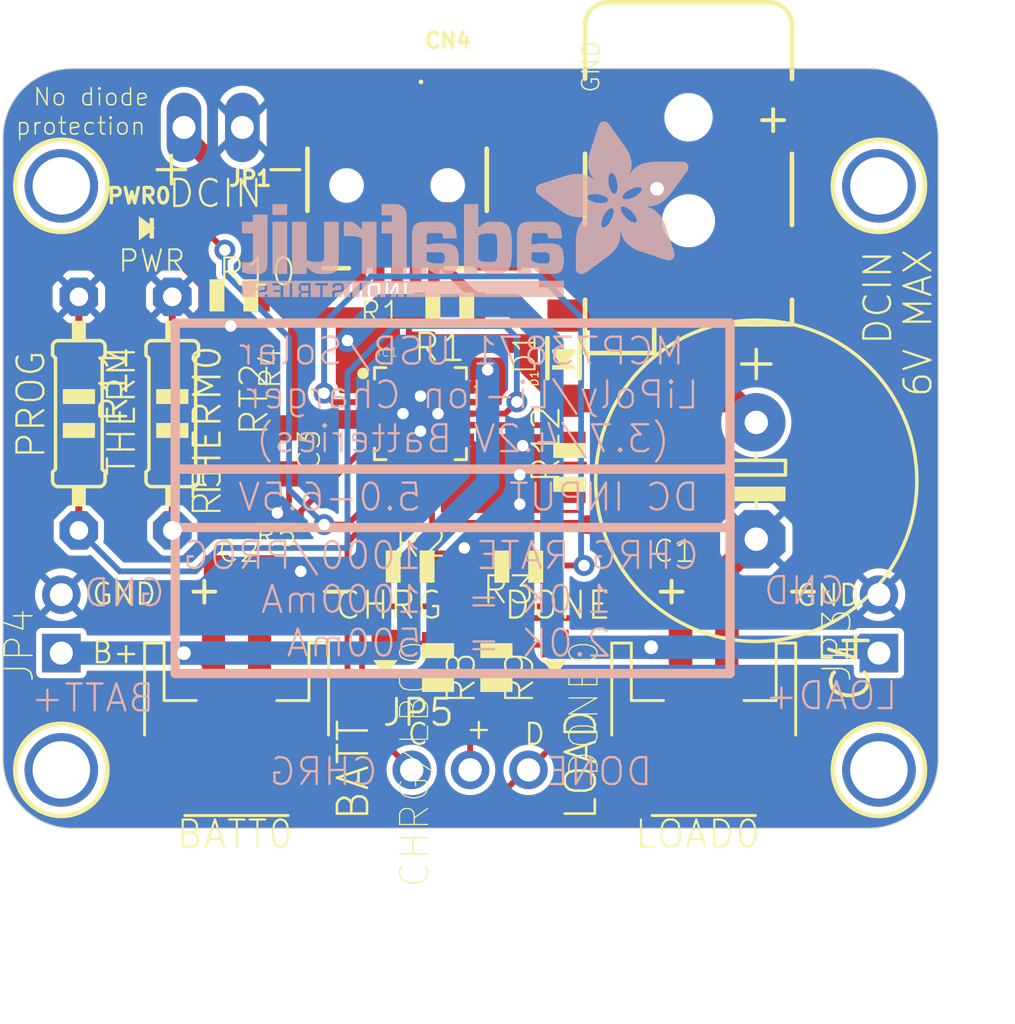
<source format=kicad_pcb>
(kicad_pcb (version 20221018) (generator pcbnew)
  (layers (0 "F.Cu" signal) (1 "In1.Cu" signal) (2 "In2.Cu" signal) (3 "In3.Cu" signal) (4 "In4.Cu" signal) (5 "In5.Cu" signal) (6 "In6.Cu" signal) (7 "In7.Cu" signal) (8 "In8.Cu" signal) (9 "In9.Cu" signal) (10 "In10.Cu" signal) (11 "In11.Cu" signal) (12 "In12.Cu" signal) (13 "In13.Cu" signal) (14 "In14.Cu" signal) (31 "B.Cu" signal) (34 "B.Paste" user) (35 "F.Paste" user) (36 "B.SilkS" user "B.Silkscreen") (37 "F.SilkS" user "F.Silkscreen") (38 "B.Mask" user) (39 "F.Mask" user) (44 "Edge.Cuts" user))
  (net 0 "")
  (net 1 "GND")
  (net 2 "VCC")
  (net 3 "N$6")
  (net 4 "N$1")
  (net 5 "N$4")
  (net 6 "N$11")
  (net 7 "N$12")
  (net 8 "N$13")
  (net 9 "N$14")
  (net 10 "N$15")
  (net 11 "N$16")
  (net 12 "OUT")
  (net 13 "N$5")
  (net 14 "N$8")
  (net 15 "N$10")
  (net 16 "BATT")
  (net 17 "N$2")
  (net 18 "N$3")
  (footprint "working:R0805" (layer "F.Cu") (at 149.6231 114.5421 -90)
    (fp_text reference "R9")
    (fp_text value "1K")
  )
  (footprint "working:USB-MINIB_LARGER" (layer "F.Cu") (at 145.3051 92.5711 180)
    (fp_text reference "CN4")
    (fp_text value "")
  )
  (footprint "working:1X02_ROUND" (layer "F.Cu") (at 166.2601 112.6371 90)
    (fp_text reference "JP3")
    (fp_text value "LOAD")
  )
  (footprint "working:FIDUCIAL_1MM" (layer "F.Cu") (at 129.4301 96.7621)
    (fp_text reference "U$2" hide)
    (fp_text value "FIDUCIAL" hide)
  )
  (footprint "working:M0805" (layer "F.Cu") (at 138.0661 102.2231 -90)
    (fp_text reference "RT2")
    (fp_text value "150K")
  )
  (footprint "working:CHIPLED_0805_NOOUTLINE" (layer "F.Cu") (at 134.3991 95.4301 -90)
    (fp_text reference "PWR0")
    (fp_text value "RED")
  )
  (footprint "working:CHIPLED_0805_NOOUTLINE" (layer "F.Cu") (at 152.1631 114.5421 180)
    (fp_text reference "DONE0")
    (fp_text value "GREEN")
  )
  (footprint "working:R0805" (layer "F.Cu") (at 147.0831 114.5421 -90)
    (fp_text reference "R8")
    (fp_text value "1K")
  )
  (footprint "working:0805-THM" (layer "F.Cu") (at 131.4621 103.4931 -90)
    (fp_text reference "R11")
    (fp_text value "2K")
  )
  (footprint "working:MOUNTINGHOLE_2.5_PLATED" (layer "F.Cu") (at 166.2601 93.5871)
    (fp_text reference "U$7" hide)
    (fp_text value "MOUNTINGHOLE2.5" hide)
  )
  (footprint "working:QFN20_4MM" (layer "F.Cu") (at 146.3211 103.4931)
    (fp_text reference "IC1")
    (fp_text value "MCP73871")
  )
  (footprint "working:FIDUCIAL_1MM" (layer "F.Cu") (at 163.9741 116.7011)
    (fp_text reference "U$3" hide)
    (fp_text value "FIDUCIAL" hide)
  )
  (footprint "working:C0805K" (layer "F.Cu") (at 157.3701 110.3511)
    (fp_text reference "C1")
    (fp_text value "10uF")
  )
  (footprint "working:M0805" (layer "F.Cu") (at 138.0661 107.0491 90)
    (fp_text reference "R5")
    (fp_text value "1K")
  )
  (footprint "working:MOUNTINGHOLE_2.5_PLATED" (layer "F.Cu") (at 166.2601 118.9871)
    (fp_text reference "U$5" hide)
    (fp_text value "MOUNTINGHOLE2.5" hide)
  )
  (footprint "working:C0805K" (layer "F.Cu") (at 138.4471 110.3511)
    (fp_text reference "C2")
    (fp_text value "10uF")
  )
  (footprint "working:R0805" (layer "F.Cu") (at 145.8761 110.1451)
    (fp_text reference "R2")
    (fp_text value "270K")
  )
  (footprint "working:SOD-123" (layer "F.Cu") (at 152.5441 101.0801 90)
    (fp_text reference "D1")
    (fp_text value "MBR120VLSFT1G")
  )
  (footprint "working:DCJACK_2MM_SMT" (layer "F.Cu") (at 157.9781 90.6061 -90)
    (fp_text reference "CN1")
    (fp_text value "DCIN")
  )
  (footprint "working:JST-PH-2-SMT-RA" (layer "F.Cu") (at 158.6401 117.9711 180)
    (fp_text reference "LOAD0")
    (fp_text value "")
  )
  (footprint "working:R0805" (layer "F.Cu") (at 152.7981 105.8271 90)
    (fp_text reference "R12")
    (fp_text value "100K")
  )
  (footprint "working:R0805" (layer "F.Cu") (at 138.2091 98.3511)
    (fp_text reference "R10")
    (fp_text value "1K")
  )
  (footprint "working:1X02_OVAL" (layer "F.Cu") (at 137.3041 91.0471 180)
    (fp_text reference "JP1")
    (fp_text value "DCIN")
  )
  (footprint "working:FIDUCIAL_1MM" (layer "F.Cu") (at 166.0061 90.0311)
    (fp_text reference "U$8" hide)
    (fp_text value "FIDUCIAL" hide)
  )
  (footprint "working:CHIPLED_0805_NOOUTLINE" (layer "F.Cu") (at 144.7971 114.5421 180)
    (fp_text reference "CHRG/LBO0")
    (fp_text value "ORANGE")
  )
  (footprint "working:R0805" (layer "F.Cu") (at 150.5911 110.1451 180)
    (fp_text reference "R3")
    (fp_text value "100K")
  )
  (footprint "working:E5-13" (layer "F.Cu") (at 160.9261 106.4141 -90)
    (fp_text reference "C4")
    (fp_text value "4700uF/10V")
  )
  (footprint "working:MOUNTINGHOLE_2.5_PLATED" (layer "F.Cu") (at 130.7001 93.5871)
    (fp_text reference "U$6" hide)
    (fp_text value "MOUNTINGHOLE2.5" hide)
  )
  (footprint "working:C0805K" (layer "F.Cu") (at 140.6061 105.1131 -90)
    (fp_text reference "C3")
    (fp_text value "10uF")
  )
  (footprint "working:1X02_ROUND" (layer "F.Cu") (at 130.7001 112.6371 90)
    (fp_text reference "JP4")
    (fp_text value "BATT")
  )
  (footprint "working:0805-THM" (layer "F.Cu") (at 135.5261 103.4931 -90)
    (fp_text reference "THERM0")
    (fp_text value "10K")
  )
  (footprint "working:MOUNTINGHOLE_2.5_PLATED" (layer "F.Cu") (at 130.7001 118.9871)
    (fp_text reference "U$4" hide)
    (fp_text value "MOUNTINGHOLE2.5" hide)
  )
  (footprint "working:1X03-CLEANBIG" (layer "F.Cu") (at 148.4801 118.9871)
    (fp_text reference "JP5")
    (fp_text value "")
  )
  (footprint "working:R0805" (layer "F.Cu") (at 147.5911 98.9211 180)
    (fp_text reference "R1")
    (fp_text value "0")
  )
  (footprint "working:JST-PH-2-SMT-RA" (layer "F.Cu") (at 138.3201 117.9711 180)
    (fp_text reference "BATT0")
    (fp_text value "")
  )
  (footprint "working:ADAFRUIT_TEXT_20MM" (layer "B.Cu") (at 158.1321 98.4131 180)
    (fp_text reference "U$1" hide)
    (fp_text value "" hide)
  )
  (gr_line (start 159.7831 114.7961) (end 135.6531 114.7961) (stroke (width 0.4064)) (layer "B.SilkS"))
  (gr_line (start 159.7831 108.4461) (end 159.7831 114.7961) (stroke (width 0.4064)) (layer "B.SilkS"))
  (gr_line (start 159.7831 105.9061) (end 159.7831 99.5561) (stroke (width 0.4064)) (layer "B.SilkS"))
  (gr_line (start 135.6531 105.9061) (end 135.6531 108.4461) (stroke (width 0.4064)) (layer "B.SilkS"))
  (gr_line (start 135.6531 108.4461) (end 159.7831 108.4461) (stroke (width 0.4064)) (layer "B.SilkS"))
  (gr_line (start 159.7831 99.5561) (end 135.6531 99.5561) (stroke (width 0.4064)) (layer "B.SilkS"))
  (gr_line (start 159.7831 108.4461) (end 159.7831 105.9061) (stroke (width 0.4064)) (layer "B.SilkS"))
  (gr_line (start 135.6531 99.5561) (end 135.6531 105.9061) (stroke (width 0.4064)) (layer "B.SilkS"))
  (gr_line (start 159.7831 105.9061) (end 135.6531 105.9061) (stroke (width 0.4064)) (layer "B.SilkS"))
  (gr_line (start 135.6531 114.7961) (end 135.6531 108.4461) (stroke (width 0.4064)) (layer "B.SilkS"))
  (gr_arc (start 131.1601 121.5271) (mid 129.03878 120.64842) (end 128.1601 118.5271) (stroke (width 0.05)) (layer "Edge.Cuts"))
  (gr_line (start 168.8421 91.4801) (end 168.8421 118.5271) (stroke (width 0.05)) (layer "Edge.Cuts"))
  (gr_line (start 131.1601 88.4801) (end 165.8421 88.4801) (stroke (width 0.05)) (layer "Edge.Cuts"))
  (gr_arc (start 128.1601 91.4801) (mid 129.03878 89.35878) (end 131.1601 88.4801) (stroke (width 0.05)) (layer "Edge.Cuts"))
  (gr_arc (start 168.8421 118.5271) (mid 167.96342 120.64842) (end 165.8421 121.5271) (stroke (width 0.05)) (layer "Edge.Cuts"))
  (gr_arc (start 165.8421 88.4801) (mid 167.96342 89.35878) (end 168.8421 91.4801) (stroke (width 0.05)) (layer "Edge.Cuts"))
  (gr_line (start 165.8421 121.5271) (end 131.1601 121.5271) (stroke (width 0.05)) (layer "Edge.Cuts"))
  (gr_line (start 128.1601 118.5271) (end 128.1601 91.4801) (stroke (width 0.05)) (layer "Edge.Cuts"))
  (gr_text "CHRG" (at 144.5431 119.7491) (layer "B.SilkS") (effects (font (size 1.1684 1.1684) (thickness 0.1016)) (justify left bottom mirror)))
  (gr_text "(3.7/4.2V Batteries)" (at 157.2431 105.2711) (layer "B.SilkS") (effects (font (size 1.1684 1.1684) (thickness 0.1016)) (justify left bottom mirror)))
  (gr_text "500mA" (at 146.4481 114.1611) (layer "B.SilkS") (effects (font (size 1.1684 1.1684) (thickness 0.1016)) (justify left bottom mirror)))
  (gr_text "CHRG RATE" (at 158.5131 110.3511) (layer "B.SilkS") (effects (font (size 1.1684 1.1684) (thickness 0.1016)) (justify left bottom mirror)))
  (gr_text "GND" (at 164.8631 111.8751) (layer "B.SilkS") (effects (font (size 1.1684 1.1684) (thickness 0.1016)) (justify left bottom mirror)))
  (gr_text "1000mA" (at 146.4481 112.2561) (layer "B.SilkS") (effects (font (size 1.1684 1.1684) (thickness 0.1016)) (justify left bottom mirror)))
  (gr_text "DONE" (at 156.4811 119.7491) (layer "B.SilkS") (effects (font (size 1.1684 1.1684) (thickness 0.1016)) (justify left bottom mirror)))
  (gr_text "LiPoly/Li-Ion Charger" (at 158.5131 103.3661) (layer "B.SilkS") (effects (font (size 1.1684 1.1684) (thickness 0.1016)) (justify left bottom mirror)))
  (gr_text "LOAD+" (at 167.1491 116.4471) (layer "B.SilkS") (effects (font (size 1.1684 1.1684) (thickness 0.1016)) (justify left bottom mirror)))
  (gr_text "BATT+" (at 129.3031 115.1771) (layer "B.SilkS") (effects (font (size 1.1684 1.1684) (thickness 0.1016)) (justify right top mirror)))
  (gr_text "2.0K =" (at 154.7031 114.1611) (layer "B.SilkS") (effects (font (size 1.1684 1.1684) (thickness 0.1016)) (justify left bottom mirror)))
  (gr_text "1.0K =" (at 154.7031 112.2561) (layer "B.SilkS") (effects (font (size 1.1684 1.1684) (thickness 0.1016)) (justify left bottom mirror)))
  (gr_text "MCP73871 USB/Solar" (at 157.8781 101.4611) (layer "B.SilkS") (effects (font (size 1.1684 1.1684) (thickness 0.1016)) (justify left bottom mirror)))
  (gr_text "GND" (at 131.5891 110.6051) (layer "B.SilkS") (effects (font (size 1.1684 1.1684) (thickness 0.1016)) (justify right top mirror)))
  (gr_text "1000/PROG" (at 146.4481 110.3511) (layer "B.SilkS") (effects (font (size 1.1684 1.1684) (thickness 0.1016)) (justify left bottom mirror)))
  (gr_text "5.0-6.5V" (at 146.4481 107.8111) (layer "B.SilkS") (effects (font (size 1.1684 1.1684) (thickness 0.1016)) (justify left bottom mirror)))
  (gr_text "DC INPUT" (at 158.5131 107.8111) (layer "B.SilkS") (effects (font (size 1.1684 1.1684) (thickness 0.1016)) (justify left bottom mirror)))
  (gr_text "DCIN" (at 135.2721 94.6031) (layer "F.SilkS") (effects (font (size 1.1684 1.1684) (thickness 0.1016)) (justify left bottom)))
  (gr_text "PROG" (at 130.0651 105.5251 90) (layer "F.SilkS") (effects (font (size 1.1684 1.1684) (thickness 0.1016)) (justify left bottom)))
  (gr_text "D1" (at 151.4011 101.8421 90) (layer "F.SilkS") (effects (font (size 0.93472 0.93472) (thickness 0.08128)) (justify left bottom)))
  (gr_text "No diode" (at 129.4301 90.1581) (layer "F.SilkS") (effects (font (size 0.747776 0.747776) (thickness 0.065024)) (justify left bottom)))
  (gr_text "LOAD" (at 154.0681 121.2731 90) (layer "F.SilkS") (effects (font (size 1.308608 1.308608) (thickness 0.113792)) (justify left bottom)))
  (gr_text "CHRG" (at 142.5111 112.5101) (layer "F.SilkS") (effects (font (size 1.1684 1.1684) (thickness 0.1016)) (justify left bottom)))
  (gr_text "GND" (at 165.4981 110.8591) (layer "F.SilkS") (effects (font (size 0.9144 0.9144) (thickness 0.1016)) (justify right top)))
  (gr_text "+" (at 148.2261 117.7171) (layer "F.SilkS") (effects (font (size 0.9144 0.9144) (thickness 0.1016)) (justify left bottom)))
  (gr_text "PWR" (at 133.1131 97.3971) (layer "F.SilkS") (effects (font (size 0.93472 0.93472) (thickness 0.08128)) (justify left bottom)))
  (gr_text "+" (at 134.3831 93.7141) (layer "F.SilkS") (effects (font (size 1.63576 1.63576) (thickness 0.14224)) (justify left bottom)))
  (gr_text "D" (at 150.7661 117.9711) (layer "F.SilkS") (effects (font (size 0.9144 0.9144) (thickness 0.1016)) (justify left bottom)))
  (gr_text "GND" (at 131.9701 111.8751) (layer "F.SilkS") (effects (font (size 0.9144 0.9144) (thickness 0.1016)) (justify left bottom)))
  (gr_text "L+" (at 165.4981 113.1451) (layer "F.SilkS") (effects (font (size 0.9144 0.9144) (thickness 0.1016)) (justify right top)))
  (gr_text "6V MAX" (at 167.2761 96.2541 90) (layer "F.SilkS") (effects (font (size 1.1684 1.1684) (thickness 0.1016)) (justify right top)))
  (gr_text "DCIN" (at 166.8951 100.5721 90) (layer "F.SilkS") (effects (font (size 1.1684 1.1684) (thickness 0.1016)) (justify left bottom)))
  (gr_text "R1" (at 145.5591 98.5401) (layer "F.SilkS") (effects (font (size 0.93472 0.93472) (thickness 0.08128)) (justify right top)))
  (gr_text "THERM" (at 134.0021 106.2871 90) (layer "F.SilkS") (effects (font (size 1.1684 1.1684) (thickness 0.1016)) (justify left bottom)))
  (gr_text "DONE" (at 149.8771 112.5101) (layer "F.SilkS") (effects (font (size 1.1684 1.1684) (thickness 0.1016)) (justify left bottom)))
  (gr_text "protection" (at 128.6681 91.4281) (layer "F.SilkS") (effects (font (size 0.747776 0.747776) (thickness 0.065024)) (justify left bottom)))
  (gr_text "-" (at 139.3361 93.7141) (layer "F.SilkS") (effects (font (size 1.63576 1.63576) (thickness 0.14224)) (justify left bottom)))
  (gr_text "BATT" (at 144.1621 121.2731 90) (layer "F.SilkS") (effects (font (size 1.308608 1.308608) (thickness 0.113792)) (justify left bottom)))
  (gr_text "C" (at 145.6861 117.9711) (layer "F.SilkS") (effects (font (size 0.9144 0.9144) (thickness 0.1016)) (justify left bottom)))
  (gr_text "R5" (at 139.0821 109.3351) (layer "F.SilkS") (effects (font (size 0.93472 0.93472) (thickness 0.08128)) (justify left bottom)))
  (gr_text "B+" (at 131.9701 114.4151) (layer "F.SilkS") (effects (font (size 0.9144 0.9144) (thickness 0.1016)) (justify left bottom)))
  (gr_text "R4" (at 140.3521 102.4771 90) (layer "F.SilkS") (effects (font (size 0.93472 0.93472) (thickness 0.08128)) (justify left bottom)))
  (segment (start 158.3701 110.5891) (end 159.6561 111.8751) (width 1.016) (layer "F.Cu") (net 1))
  (segment (start 147.3211 105.4581) (end 147.3211 104.5251) (width 0.254) (layer "F.Cu") (net 1))
  (segment (start 153.5001 90.6061) (end 156.6081 93.7141) (width 1.016) (layer "F.Cu") (net 1))
  (segment (start 148.2261 109.3351) (end 148.2741 109.3831) (width 0.254) (layer "F.Cu") (net 1))
  (segment (start 159.6401 113.1611) (end 159.6401 114.2711) (width 1.016) (layer "F.Cu") (net 1))
  (segment (start 158.3701 110.5891) (end 158.3701 110.3511) (width 1.016) (layer "F.Cu") (net 1))
  (segment (start 147.3211 104.5251) (end 147.0511 104.2551) (width 0.254) (layer "F.Cu") (net 1))
  (segment (start 147.3211 104.5251) (end 147.3371 104.5091) (width 0.254) (layer "F.Cu") (net 1))
  (segment (start 140.0981 107.8111) (end 140.6061 107.3031) (width 0.254) (layer "F.Cu") (net 1))
  (segment (start 152.4781 90.6061) (end 153.5001 90.6061) (width 1.016) (layer "F.Cu") (net 1))
  (segment (start 140.6061 107.3031) (end 140.6061 106.1131) (width 0.254) (layer "F.Cu") (net 1))
  (segment (start 139.4471 110.3511) (end 141.1141 110.3511) (width 0.6096) (layer "F.Cu") (net 1))
  (segment (start 139.3201 110.3511) (end 139.4471 110.3511) (width 0.8128) (layer "F.Cu") (net 1))
  (segment (start 147.3211 104.4931) (end 148.2861 104.4931) (width 0.254) (layer "F.Cu") (net 1))
  (segment (start 159.6561 111.8751) (end 159.6561 113.1451) (width 1.016) (layer "F.Cu") (net 1))
  (segment (start 158.3701 110.3511) (end 159.5291 110.3511) (width 1.016) (layer "F.Cu") (net 1))
  (segment (start 149.0361 110.1451) (end 148.2261 109.3351) (width 0.254) (layer "F.Cu") (net 1))
  (segment (start 159.5291 110.3511) (end 160.9261 108.9541) (width 1.016) (layer "F.Cu") (net 1))
  (segment (start 147.0511 104.2551) (end 146.3211 104.2551) (width 0.254) (layer "F.Cu") (net 1))
  (segment (start 149.5911 110.1451) (end 149.0361 110.1451) (width 0.254) (layer "F.Cu") (net 1))
  (segment (start 139.3201 114.2711) (end 139.3201 110.3511) (width 0.8128) (layer "F.Cu") (net 1))
  (segment (start 159.6561 113.1451) (end 159.6401 113.1611) (width 1.016) (layer "F.Cu") (net 1))
  (segment (start 146.3211 103.4931) (end 147.0831 103.4931) (width 0.4064) (layer "F.Cu") (net 1))
  (segment (start 138.0661 101.2731) (end 138.0661 99.6831) (width 0.254) (layer "F.Cu") (net 1))
  (via (at 146.3211 104.2551) (size 0.9064) (drill 0.5) (layers "F.Cu" "B.Cu") (net 1))
  (via (at 141.1141 110.3511) (size 0.9064) (drill 0.5) (layers "F.Cu" "B.Cu") (net 1))
  (via (at 146.3211 102.7311) (size 0.9064) (drill 0.5) (layers "F.Cu" "B.Cu") (net 1))
  (via (at 150.6391 107.4301) (size 0.9064) (drill 0.5) (layers "F.Cu" "B.Cu") (net 1))
  (via (at 138.0661 99.6831) (size 0.9064) (drill 0.5) (layers "F.Cu" "B.Cu") (net 1))
  (via (at 147.0831 103.4931) (size 0.9064) (drill 0.5) (layers "F.Cu" "B.Cu") (net 1))
  (via (at 140.0981 107.8111) (size 0.9064) (drill 0.5) (layers "F.Cu" "B.Cu") (net 1))
  (via (at 150.7661 104.8901) (size 0.9064) (drill 0.5) (layers "F.Cu" "B.Cu") (net 1))
  (via (at 156.6081 93.7141) (size 1.016) (drill 0.6) (layers "F.Cu" "B.Cu") (net 1))
  (via (at 150.6391 106.1601) (size 0.9064) (drill 0.5) (layers "F.Cu" "B.Cu") (net 1))
  (via (at 148.2261 109.3351) (size 0.9064) (drill 0.5) (layers "F.Cu" "B.Cu") (net 1))
  (via (at 145.5591 103.4931) (size 0.9064) (drill 0.5) (layers "F.Cu" "B.Cu") (net 1))
  (segment (start 141.1141 110.3511) (end 141.6221 110.3511) (width 0.6096) (layer "B.Cu") (net 1))
  (segment (start 146.8291 100.4451) (end 146.3211 100.4451) (width 0.254) (layer "F.Cu") (net 2))
  (segment (start 140.9711 99.1591) (end 140.9711 99.1751) (width 0.8128) (layer "F.Cu") (net 2))
  (segment (start 136.0341 91.3661) (end 139.2091 94.5411) (width 0.8128) (layer "F.Cu") (net 2))
  (segment (start 155.8461 108.3191) (end 155.8461 102.9301) (width 0.8128) (layer "F.Cu") (net 2))
  (segment (start 140.1631 98.3511) (end 140.9711 99.1591) (width 0.8128) (layer "F.Cu") (net 2))
  (segment (start 153.5601 108.3191) (end 154.5761 108.3191) (width 0.8128) (layer "F.Cu") (net 2))
  (segment (start 148.2261 115.5421) (end 148.2261 112.3831) (width 0.254) (layer "F.Cu") (net 2))
  (segment (start 145.9401 99.1751) (end 140.9711 99.1751) (width 0.6096) (layer "F.Cu") (net 2))
  (segment (start 144.3561 103.4931) (end 143.5271 103.4931) (width 0.254) (layer "F.Cu") (net 2))
  (segment (start 142.91696 103.974374) (end 142.837152 103.921048) (width 0.254) (layer "F.Cu") (net 2))
  (segment (start 140.9711 103.7481) (end 140.6061 104.1131) (width 0.8128) (layer "F.Cu") (net 2))
  (segment (start 148.4801 118.9871) (end 148.4801 115.5421) (width 0.254) (layer "F.Cu") (net 2))
  (segment (start 146.8211 110.0901) (end 146.8211 105.4581) (width 0.254) (layer "F.Cu") (net 2))
  (segment (start 146.8211 101.5281) (end 146.8291 101.5281) (width 0.254) (layer "F.Cu") (net 2))
  (segment (start 140.9711 99.1751) (end 140.9711 103.7481) (width 0.8128) (layer "F.Cu") (net 2))
  (segment (start 147.0831 115.5421) (end 148.4801 115.5421) (width 0.254) (layer "F.Cu") (net 2))
  (segment (start 143.0111 103.9931) (end 143.0111 103.9931) (width 0.254) (layer "F.Cu") (net 2))
  (segment (start 152.4891 102.9301) (end 151.0201 101.4611) (width 0.8128) (layer "F.Cu") (net 2))
  (segment (start 142.7651 103.7471) (end 143.5271 103.7471) (width 0.8128) (layer "F.Cu") (net 2))
  (segment (start 152.5441 102.9301) (end 155.8461 102.9301) (width 1.016) (layer "F.Cu") (net 2))
  (segment (start 148.2261 112.3831) (end 153.8141 112.3831) (width 0.254) (layer "F.Cu") (net 2))
  (segment (start 143.5271 103.4931) (end 143.5271 103.7471) (width 0.254) (layer "F.Cu") (net 2))
  (segment (start 146.8211 110.0901) (end 146.8761 110.1451) (width 0.254) (layer "F.Cu") (net 2))
  (segment (start 152.5441 102.9301) (end 152.4891 102.9301) (width 0.8128) (layer "F.Cu") (net 2))
  (segment (start 145.8211 101.5281) (end 145.8211 99.2941) (width 0.254) (layer "F.Cu") (net 2))
  (segment (start 136.0341 91.3661) (end 136.0341 91.0471) (width 0.8128) (layer "F.Cu") (net 2))
  (segment (start 154.5761 108.3191) (end 155.8461 108.3191) (width 0.8128) (layer "F.Cu") (net 2))
  (segment (start 140.8751 104.1131) (end 141.2411 103.7471) (width 0.8128) (layer "F.Cu") (net 2))
  (segment (start 146.8761 110.1451) (end 146.8761 108.3191) (width 0.4064) (layer "F.Cu") (net 2))
  (segment (start 143.0111 103.9931) (end 142.91696 103.974374) (width 0.254) (layer "F.Cu") (net 2))
  (segment (start 145.8211 101.5281) (end 145.8211 100.1911) (width 0.254) (layer "F.Cu") (net 2))
  (segment (start 153.8141 112.3831) (end 154.5761 111.6211) (width 0.4064) (layer "F.Cu") (net 2))
  (segment (start 141.2411 103.7471) (end 142.7651 103.7471) (width 0.8128) (layer "F.Cu") (net 2))
  (segment (start 144.3561 103.9931) (end 143.0111 103.9931) (width 0.254) (layer "F.Cu") (net 2))
  (segment (start 139.2091 94.5411) (end 139.2091 98.3511) (width 0.8128) (layer "F.Cu") (net 2))
  (segment (start 159.9821 102.9301) (end 160.9261 103.8741) (width 1.016) (layer "F.Cu") (net 2))
  (segment (start 140.6061 104.1131) (end 140.8751 104.1131) (width 0.8128) (layer "F.Cu") (net 2))
  (segment (start 154.5761 111.6211) (end 154.5761 108.3191) (width 0.4064) (layer "F.Cu") (net 2))
  (segment (start 151.0201 101.4611) (end 151.0201 100.4451) (width 0.8128) (layer "F.Cu") (net 2))
  (segment (start 145.8211 100.1911) (end 146.1941 100.1911) (width 0.254) (layer "F.Cu") (net 2))
  (segment (start 155.8461 102.9301) (end 159.9821 102.9301) (width 1.016) (layer "F.Cu") (net 2))
  (segment (start 146.8761 108.3191) (end 153.5601 108.3191) (width 0.4064) (layer "F.Cu") (net 2))
  (segment (start 142.837152 103.921048) (end 142.7651 103.7471) (width 0.254) (layer "F.Cu") (net 2))
  (segment (start 139.2091 98.3511) (end 140.1631 98.3511) (width 0.8128) (layer "F.Cu") (net 2))
  (segment (start 146.8291 101.5281) (end 146.8291 100.4451) (width 0.254) (layer "F.Cu") (net 2))
  (segment (start 146.3211 101.5281) (end 146.3211 100.4451) (width 0.254) (layer "F.Cu") (net 2))
  (segment (start 151.0201 100.4451) (end 146.3211 100.4451) (width 0.8128) (layer "F.Cu") (net 2))
  (segment (start 146.1941 100.1911) (end 146.1941 100.4451) (width 0.254) (layer "F.Cu") (net 2))
  (segment (start 147.0831 115.5421) (end 148.2261 115.5421) (width 0.254) (layer "F.Cu") (net 2))
  (segment (start 145.8211 99.2941) (end 145.9401 99.1751) (width 0.254) (layer "F.Cu") (net 2))
  (segment (start 148.4801 115.5421) (end 149.6231 115.5421) (width 0.254) (layer "F.Cu") (net 2))
  (segment (start 151.5911 110.1451) (end 151.5911 110.0971) (width 0.254) (layer "F.Cu") (net 3))
  (segment (start 153.1631 110.0971) (end 153.4331 110.0971) (width 0.254) (layer "F.Cu") (net 3))
  (segment (start 151.5911 110.0971) (end 153.4331 110.0971) (width 0.254) (layer "F.Cu") (net 3))
  (segment (start 151.7821 111.8751) (end 151.7821 110.1451) (width 0.254) (layer "F.Cu") (net 3))
  (segment (start 144.8761 111.8751) (end 151.7821 111.8751) (width 0.254) (layer "F.Cu") (net 3))
  (segment (start 151.7821 110.1451) (end 151.5911 110.1451) (width 0.254) (layer "F.Cu") (net 3))
  (segment (start 142.1301 102.6041) (end 142.5191 102.9931) (width 0.254) (layer "F.Cu") (net 3))
  (segment (start 144.8761 110.1451) (end 144.8761 111.8751) (width 0.254) (layer "F.Cu") (net 3))
  (segment (start 142.5191 102.9931) (end 144.3561 102.9931) (width 0.254) (layer "F.Cu") (net 3))
  (via (at 142.1301 102.6041) (size 0.9064) (drill 0.5) (layers "F.Cu" "B.Cu") (net 3))
  (via (at 153.4331 110.0971) (size 0.9064) (drill 0.5) (layers "F.Cu" "B.Cu") (net 3))
  (segment (start 153.3061 110.0971) (end 153.4331 110.0971) (width 0.254) (layer "B.Cu") (net 3))
  (segment (start 144.1621 97.5241) (end 151.5281 97.5241) (width 0.254) (layer "B.Cu") (net 3))
  (segment (start 142.1301 99.5561) (end 142.1301 102.6041) (width 0.254) (layer "B.Cu") (net 3))
  (segment (start 153.3061 99.3021) (end 151.5281 97.5241) (width 0.254) (layer "B.Cu") (net 3))
  (segment (start 144.1621 97.5241) (end 142.1301 99.5561) (width 0.254) (layer "B.Cu") (net 3))
  (segment (start 153.3061 110.0971) (end 153.3061 99.3021) (width 0.254) (layer "B.Cu") (net 3))
  (segment (start 145.3211 106.6521) (end 145.3211 105.4581) (width 0.254) (layer "F.Cu") (net 4))
  (segment (start 137.8121 96.3811) (end 136.8611 95.4301) (width 0.254) (layer "F.Cu") (net 4))
  (segment (start 144.9241 107.0491) (end 145.3211 106.6521) (width 0.254) (layer "F.Cu") (net 4))
  (segment (start 142.1301 108.3191) (end 143.1461 108.3191) (width 0.254) (layer "F.Cu") (net 4))
  (segment (start 144.4161 107.0491) (end 144.9241 107.0491) (width 0.254) (layer "F.Cu") (net 4))
  (segment (start 136.8611 95.4301) (end 135.4491 95.4301) (width 0.254) (layer "F.Cu") (net 4))
  (segment (start 143.1461 108.3191) (end 144.4161 107.0491) (width 0.254) (layer "F.Cu") (net 4))
  (via (at 142.1301 108.3191) (size 0.9064) (drill 0.5) (layers "F.Cu" "B.Cu") (net 4))
  (via (at 137.8121 96.3811) (size 0.9064) (drill 0.5) (layers "F.Cu" "B.Cu") (net 4))
  (segment (start 142.1301 108.3191) (end 140.6061 106.7951) (width 0.254) (layer "B.Cu") (net 4))
  (segment (start 140.6061 100.1911) (end 137.8121 97.3971) (width 0.254) (layer "B.Cu") (net 4))
  (segment (start 140.6061 106.7951) (end 140.6061 100.1911) (width 0.254) (layer "B.Cu") (net 4))
  (segment (start 137.8121 97.3971) (end 137.8121 96.3811) (width 0.254) (layer "B.Cu") (net 4))
  (segment (start 152.1631 117.8441) (end 151.0201 118.9871) (width 0.254) (layer "F.Cu") (net 5))
  (segment (start 145.4321 107.5571) (end 145.8211 107.1681) (width 0.254) (layer "F.Cu") (net 5))
  (segment (start 148.9881 120.8921) (end 150.8931 118.9871) (width 0.254) (layer "F.Cu") (net 5))
  (segment (start 144.6701 107.5571) (end 145.4321 107.5571) (width 0.254) (layer "F.Cu") (net 5))
  (segment (start 143.2731 115.6851) (end 143.1461 115.5581) (width 0.254) (layer "F.Cu") (net 5))
  (segment (start 143.2731 120.5111) (end 143.6541 120.8921) (width 0.254) (layer "F.Cu") (net 5))
  (segment (start 143.2731 120.5111) (end 143.2731 115.6851) (width 0.254) (layer "F.Cu") (net 5))
  (segment (start 152.1631 115.5921) (end 152.1631 117.8441) (width 0.254) (layer "F.Cu") (net 5))
  (segment (start 145.8211 107.1681) (end 145.8211 105.4581) (width 0.254) (layer "F.Cu") (net 5))
  (segment (start 150.8931 118.9871) (end 151.0201 118.9871) (width 0.254) (layer "F.Cu") (net 5))
  (segment (start 143.1461 109.0811) (end 144.6701 107.5571) (width 0.254) (layer "F.Cu") (net 5))
  (segment (start 143.6541 120.8921) (end 148.9881 120.8921) (width 0.254) (layer "F.Cu") (net 5))
  (segment (start 143.1461 109.0811) (end 143.1461 115.5581) (width 0.254) (layer "F.Cu") (net 5))
  (segment (start 143.7811 115.4311) (end 143.7811 112.6371) (width 0.254) (layer "F.Cu") (net 6))
  (segment (start 143.7811 112.6371) (end 143.6541 112.5101) (width 0.254) (layer "F.Cu") (net 6))
  (segment (start 145.9401 108.0651) (end 146.3211 107.6841) (width 0.254) (layer "F.Cu") (net 6))
  (segment (start 144.6361 115.7531) (end 144.7971 115.5921) (width 0.254) (layer "F.Cu") (net 6))
  (segment (start 143.9081 115.5581) (end 144.7631 115.5581) (width 0.254) (layer "F.Cu") (net 6))
  (segment (start 144.7631 115.5581) (end 144.7971 115.5921) (width 0.254) (layer "F.Cu") (net 6))
  (segment (start 144.6361 117.6831) (end 144.6361 115.7531) (width 0.254) (layer "F.Cu") (net 6))
  (segment (start 143.6541 112.5101) (end 143.6541 109.3351) (width 0.254) (layer "F.Cu") (net 6))
  (segment (start 144.6361 117.6831) (end 145.9401 118.9871) (width 0.254) (layer "F.Cu") (net 6))
  (segment (start 143.7811 115.4311) (end 143.9081 115.5581) (width 0.254) (layer "F.Cu") (net 6))
  (segment (start 146.3211 107.6841) (end 146.3211 105.4581) (width 0.254) (layer "F.Cu") (net 6))
  (segment (start 143.6541 109.3351) (end 144.9241 108.0651) (width 0.254) (layer "F.Cu") (net 6))
  (segment (start 144.9241 108.0651) (end 145.9401 108.0651) (width 0.254) (layer "F.Cu") (net 6))
  (segment (start 144.7971 113.4921) (end 147.0331 113.4921) (width 0.254) (layer "F.Cu") (net 7))
  (segment (start 147.0331 113.4921) (end 147.0831 113.5421) (width 0.254) (layer "F.Cu") (net 7))
  (segment (start 152.1131 113.5421) (end 152.1631 113.4921) (width 0.254) (layer "F.Cu") (net 8))
  (segment (start 149.6231 113.5421) (end 152.1131 113.5421) (width 0.254) (layer "F.Cu") (net 8))
  (segment (start 133.3491 96.4901) (end 133.3491 95.4301) (width 0.254) (layer "F.Cu") (net 9))
  (segment (start 135.7471 96.8891) (end 133.7481 96.8891) (width 0.254) (layer "F.Cu") (net 9))
  (segment (start 137.2091 98.3511) (end 135.7471 96.8891) (width 0.254) (layer "F.Cu") (net 9))
  (segment (start 133.7481 96.8891) (end 133.3491 96.4901) (width 0.254) (layer "F.Cu") (net 9))
  (segment (start 151.7901 103.9931) (end 152.6241 104.8271) (width 0.254) (layer "F.Cu") (net 10))
  (segment (start 152.6241 104.8271) (end 152.7981 104.8271) (width 0.254) (layer "F.Cu") (net 10))
  (segment (start 148.2861 103.9931) (end 151.7901 103.9931) (width 0.254) (layer "F.Cu") (net 10))
  (segment (start 148.2861 103.4931) (end 150.0041 103.4931) (width 0.254) (layer "F.Cu") (net 11))
  (segment (start 150.0041 103.4931) (end 150.5121 102.9851) (width 0.254) (layer "F.Cu") (net 11))
  (via (at 150.5121 102.9851) (size 0.9064) (drill 0.5) (layers "F.Cu" "B.Cu") (net 11))
  (segment (start 137.5581 109.3351) (end 136.5421 110.3511) (width 0.254) (layer "B.Cu") (net 11))
  (segment (start 145.1781 99.6831) (end 143.1461 101.7151) (width 0.254) (layer "B.Cu") (net 11))
  (segment (start 133.2401 110.3511) (end 131.4621 108.5731) (width 0.254) (layer "B.Cu") (net 11))
  (segment (start 150.0041 99.6831) (end 145.1781 99.6831) (width 0.254) (layer "B.Cu") (net 11))
  (segment (start 143.1461 101.7151) (end 143.1461 109.3351) (width 0.254) (layer "B.Cu") (net 11))
  (segment (start 143.1461 109.3351) (end 137.5581 109.3351) (width 0.254) (layer "B.Cu") (net 11))
  (segment (start 150.5121 100.1911) (end 150.0041 99.6831) (width 0.254) (layer "B.Cu") (net 11))
  (segment (start 136.5421 110.3511) (end 133.2401 110.3511) (width 0.254) (layer "B.Cu") (net 11))
  (segment (start 150.5121 102.9851) (end 150.5121 100.1911) (width 0.254) (layer "B.Cu") (net 11))
  (segment (start 157.6241 112.6371) (end 157.6241 113.6531) (width 1.016) (layer "F.Cu") (net 12))
  (segment (start 156.3701 111.3831) (end 157.6241 112.6371) (width 1.016) (layer "F.Cu") (net 12))
  (segment (start 157.6241 113.6531) (end 157.6241 114.2551) (width 1.016) (layer "F.Cu") (net 12))
  (segment (start 156.3701 110.3511) (end 156.3701 111.3831) (width 1.016) (layer "F.Cu") (net 12))
  (segment (start 157.6241 113.6531) (end 156.3541 113.6531) (width 1.016) (layer "F.Cu") (net 12))
  (segment (start 157.6241 114.2551) (end 157.6401 114.2711) (width 1.016) (layer "F.Cu") (net 12))
  (via (at 156.3541 113.6531) (size 1.0064) (drill 0.6) (layers "F.Cu" "B.Cu") (net 12))
  (via (at 143.1461 100.3181) (size 0.9064) (drill 0.5) (layers "F.Cu" "B.Cu") (net 12))
  (segment (start 156.3541 113.6531) (end 166.1331 113.6531) (width 1.016) (layer "B.Cu") (net 12))
  (segment (start 166.2601 113.7801) (end 166.2601 113.9071) (width 1.016) (layer "B.Cu") (net 12))
  (segment (start 144.6701 98.7941) (end 143.1461 100.3181) (width 1.016) (layer "B.Cu") (net 12))
  (segment (start 166.1331 113.6531) (end 166.2601 113.7801) (width 1.016) (layer "B.Cu") (net 12))
  (segment (start 152.0361 100.4451) (end 150.3851 98.7941) (width 1.016) (layer "B.Cu") (net 12))
  (segment (start 152.0361 113.6531) (end 156.3541 113.6531) (width 1.016) (layer "B.Cu") (net 12))
  (segment (start 152.0361 113.6531) (end 152.0361 100.4451) (width 1.016) (layer "B.Cu") (net 12))
  (segment (start 150.3851 98.7941) (end 144.6701 98.7941) (width 1.016) (layer "B.Cu") (net 12))
  (segment (start 141.1141 107.7351) (end 141.1141 108.5731) (width 0.254) (layer "F.Cu") (net 13))
  (segment (start 138.8281 108.8271) (end 138.0661 108.0651) (width 0.254) (layer "F.Cu") (net 13))
  (segment (start 144.3561 104.4931) (end 141.1141 107.7351) (width 0.254) (layer "F.Cu") (net 13))
  (segment (start 141.1141 108.5731) (end 140.8601 108.8271) (width 0.254) (layer "F.Cu") (net 13))
  (segment (start 138.0661 108.0651) (end 138.0661 107.9991) (width 0.254) (layer "F.Cu") (net 13))
  (segment (start 140.8601 108.8271) (end 138.8281 108.8271) (width 0.254) (layer "F.Cu") (net 13))
  (segment (start 135.5261 108.5731) (end 135.5261 106.0991) (width 0.254) (layer "F.Cu") (net 14))
  (segment (start 138.0661 103.1731) (end 138.0661 106.0991) (width 0.254) (layer "F.Cu") (net 14))
  (segment (start 135.5261 106.0991) (end 138.0661 106.0991) (width 0.254) (layer "F.Cu") (net 14))
  (segment (start 159.9821 99.2301) (end 160.6721 98.5401) (width 1.27) (layer "F.Cu") (net 15))
  (segment (start 160.6721 98.5401) (end 160.6721 93.4121) (width 1.6764) (layer "F.Cu") (net 15))
  (segment (start 159.9821 99.2301) (end 152.5441 99.2301) (width 1.27) (layer "F.Cu") (net 15))
  (segment (start 160.6721 93.4121) (end 163.4781 90.6061) (width 1.6764) (layer "F.Cu") (net 15))
  (segment (start 149.2421 101.5881) (end 149.2421 101.3341) (width 0.254) (layer "F.Cu") (net 16))
  (segment (start 148.3021 102.4771) (end 149.2421 102.4771) (width 0.254) (layer "F.Cu") (net 16))
  (segment (start 137.3201 114.2711) (end 137.3201 110.3511) (width 0.8128) (layer "F.Cu") (net 16))
  (segment (start 136.0341 113.9071) (end 136.9561 113.9071) (width 1.016) (layer "F.Cu") (net 16))
  (segment (start 148.2861 102.4931) (end 148.3021 102.4771) (width 0.254) (layer "F.Cu") (net 16))
  (segment (start 149.2421 102.9851) (end 149.2341 102.9931) (width 0.254) (layer "F.Cu") (net 16))
  (segment (start 149.2421 102.4771) (end 149.2421 102.9851) (width 0.254) (layer "F.Cu") (net 16))
  (segment (start 136.9561 113.9071) (end 137.3201 114.2711) (width 1.016) (layer "F.Cu") (net 16))
  (segment (start 149.2341 102.9931) (end 148.2861 102.9931) (width 0.254) (layer "F.Cu") (net 16))
  (segment (start 137.3201 110.3511) (end 137.4471 110.3511) (width 0.8128) (layer "F.Cu") (net 16))
  (via (at 136.0341 113.9071) (size 1.0064) (drill 0.6) (layers "F.Cu" "B.Cu") (net 16))
  (via (at 149.2421 101.5881) (size 0.9064) (drill 0.5) (layers "F.Cu" "B.Cu") (net 16))
  (segment (start 136.0341 113.9071) (end 130.7001 113.9071) (width 1.016) (layer "B.Cu") (net 16))
  (segment (start 149.2421 106.5411) (end 149.2421 101.5881) (width 1.016) (layer "B.Cu") (net 16))
  (segment (start 145.8131 109.9701) (end 145.8131 113.9071) (width 1.016) (layer "B.Cu") (net 16))
  (segment (start 145.8131 113.9071) (end 136.0341 113.9071) (width 1.016) (layer "B.Cu") (net 16))
  (segment (start 149.2421 106.5411) (end 145.8131 109.9701) (width 1.016) (layer "B.Cu") (net 16))
  (segment (start 148.5911 98.3211) (end 148.5911 98.9211) (width 0.4064) (layer "F.Cu") (net 17))
  (segment (start 146.9051 96.6351) (end 148.5911 98.3211) (width 0.4064) (layer "F.Cu") (net 17))
  (segment (start 143.7051 94.6031) (end 148.2261 94.6031) (width 0.6096) (layer "F.Cu") (net 18))
  (segment (start 148.2261 94.6031) (end 149.2421 93.5871) (width 0.6096) (layer "F.Cu") (net 18))
  (segment (start 143.7051 96.6351) (end 143.7051 94.6031) (width 0.6096) (layer "F.Cu") (net 18))
  (segment (start 152.5441 96.7401) (end 152.4781 96.8061) (width 0.6096) (layer "F.Cu") (net 18))
  (segment (start 149.2421 93.5871) (end 151.5281 93.5871) (width 0.6096) (layer "F.Cu") (net 18))
  (segment (start 151.5281 93.5871) (end 152.4781 94.5371) (width 0.6096) (layer "F.Cu") (net 18))
  (segment (start 152.4781 94.5371) (end 152.4781 96.8061) (width 0.6096) (layer "F.Cu") (net 18))
  (zone (net 1) (net_name "GND") (layer "F.Cu") (priority 6) (connect_pads (clearance 0.000001)) (min_thickness 0.127) (fill yes (thermal_gap 0.304) (thermal_bridge_width 0.304))
    (polygon (pts (xy 153.5601 107.8111) (xy 147.2101 107.8111) (xy 147.2101 104.3821) (xy 153.5601 104.3821)))
  )
  (zone (net 12) (net_name "OUT") (layer "F.Cu") (priority 6) (connect_pads (clearance 0.000001)) (min_thickness 0.127) (fill yes (thermal_gap 0.304) (thermal_bridge_width 0.304))
    (polygon (pts (xy 145.4321 101.8421) (xy 144.7971 101.8421) (xy 144.7971 102.6041) (xy 142.6381 102.6041) (xy 142.6381 99.6831) (xy 145.4321 99.6831)))
  )
  (zone (net 16) (net_name "BATT") (layer "F.Cu") (priority 6) (connect_pads (clearance 0.000001)) (min_thickness 0.127) (fill yes (thermal_gap 0.304) (thermal_bridge_width 0.304))
    (polygon (pts (xy 150.1311 103.1121) (xy 147.8451 103.1121) (xy 147.8451 101.7151) (xy 147.2101 101.7151) (xy 147.2101 100.4451) (xy 150.1311 100.4451)))
  )
  (zone (net 2) (net_name "VCC") (layer "F.Cu") (priority 6) (connect_pads (clearance 0.000001)) (min_thickness 0.127) (fill yes (thermal_gap 0.304) (thermal_bridge_width 0.304))
    (polygon (pts (xy 146.9561 101.7786) (xy 145.6861 101.7786) (xy 145.6861 97.6511) (xy 146.9561 97.6511)))
  )
  (zone (net 2) (net_name "VCC") (layer "F.Cu") (priority 6) (connect_pads (clearance 0.000001)) (min_thickness 0.127) (fill yes (thermal_gap 0.304) (thermal_bridge_width 0.304))
    (polygon (pts (xy 144.5431 104.1281) (xy 141.6221 104.1281) (xy 141.6221 103.3661) (xy 144.5431 103.3661)))
  )
  (zone (net 1) (net_name "GND") (layer "B.Cu") (priority 6) (connect_pads (clearance 0.254)) (min_thickness 0.127) (fill yes (thermal_gap 0.304) (thermal_bridge_width 0.304))
    (polygon (pts (xy 168.9691 121.6541) (xy 128.0331 121.6541) (xy 128.0331 88.3531) (xy 168.9691 88.3531)))
  )
)
</source>
